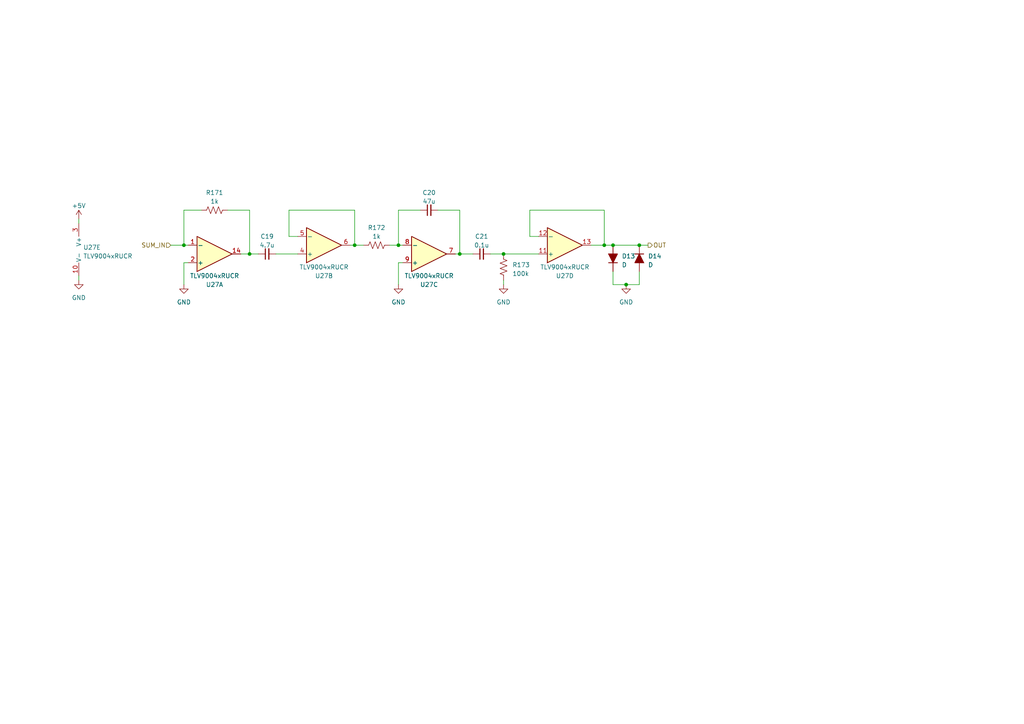
<source format=kicad_sch>
(kicad_sch (version 20221004) (generator eeschema)
  (paper "A4")
  (lib_symbols
    (symbol "Amplifier_Operational:TLV9004xRUCR" (pin_names (offset 0.127))
      (property "Reference" "U" (at 0 5.08 0))
      (property "Value" "TLV9004xRUCR" (at 0 -5.08 0))
      (symbol "TLV9004xRUCR_1_1"
        (polyline (pts (xy -5.08 5.08) (xy 5.08 0) (xy -5.08 -5.08) (xy -5.08 5.08)) (stroke (width 0.254)) (fill (type background)))
        (pin input line (at -7.62 -2.54 0) (length 2.54) (name "-") (number "1"))
        (pin output line (at 7.62 0 180) (length 2.54) (name "~") (number "14"))
        (pin input line (at -7.62 2.54 0) (length 2.54) (name "+") (number "2"))
      )
      (symbol "TLV9004xRUCR_2_1"
        (polyline (pts (xy -5.08 5.08) (xy 5.08 0) (xy -5.08 -5.08) (xy -5.08 5.08)) (stroke (width 0.254)) (fill (type background)))
        (pin input line (at -7.62 2.54 0) (length 2.54) (name "+") (number "4"))
        (pin input line (at -7.62 -2.54 0) (length 2.54) (name "-") (number "5"))
        (pin output line (at 7.62 0 180) (length 2.54) (name "~") (number "6"))
      )
      (symbol "TLV9004xRUCR_3_1"
        (polyline (pts (xy -5.08 5.08) (xy 5.08 0) (xy -5.08 -5.08) (xy -5.08 5.08)) (stroke (width 0.254)) (fill (type background)))
        (pin output line (at 7.62 0 180) (length 2.54) (name "~") (number "7"))
        (pin input line (at -7.62 -2.54 0) (length 2.54) (name "-") (number "8"))
        (pin input line (at -7.62 2.54 0) (length 2.54) (name "+") (number "9"))
      )
      (symbol "TLV9004xRUCR_4_1"
        (polyline (pts (xy -5.08 5.08) (xy 5.08 0) (xy -5.08 -5.08) (xy -5.08 5.08)) (stroke (width 0.254)) (fill (type background)))
        (pin input line (at -7.62 2.54 0) (length 2.54) (name "+") (number "11"))
        (pin input line (at -7.62 -2.54 0) (length 2.54) (name "-") (number "12"))
        (pin output line (at 7.62 0 180) (length 2.54) (name "~") (number "13"))
      )
      (symbol "TLV9004xRUCR_5_1"
        (pin power_in line (at -2.54 -7.62 90) (length 3.81) (name "V-") (number "10"))
        (pin power_in line (at -2.54 7.62 270) (length 3.81) (name "V+") (number "3"))
      )
    )
    (symbol "Device:C_Small" (pin_numbers hide) (pin_names (offset 0.254) hide)
      (property "Reference" "C" (at 0.254 1.778 0))
      (property "Value" "C_Small" (at 0.254 -2.032 0))
      (symbol "C_Small_0_1"
        (polyline (pts (xy -1.524 -0.508) (xy 1.524 -0.508)) (stroke (width 0.3302)))
        (polyline (pts (xy -1.524 0.508) (xy 1.524 0.508)) (stroke (width 0.3048)))
      )
      (symbol "C_Small_1_1"
        (pin passive line (at 0 2.54 270) (length 2.032) (name "~") (number "1"))
        (pin passive line (at 0 -2.54 90) (length 2.032) (name "~") (number "2"))
      )
    )
    (symbol "Device:D_Filled" (pin_numbers hide) (pin_names (offset 1.016) hide)
      (property "Reference" "D" (at 0 2.54 0))
      (property "Value" "D_Filled" (at 0 -2.54 0))
      (symbol "D_Filled_0_1"
        (polyline (pts (xy -1.27 1.27) (xy -1.27 -1.27)) (stroke (width 0.254)))
        (polyline (pts (xy 1.27 0) (xy -1.27 0)))
        (polyline (pts (xy 1.27 1.27) (xy 1.27 -1.27) (xy -1.27 0) (xy 1.27 1.27)) (stroke (width 0.254)) (fill (type outline)))
      )
      (symbol "D_Filled_1_1"
        (pin passive line (at -3.81 0 0) (length 2.54) (name "K") (number "1"))
        (pin passive line (at 3.81 0 180) (length 2.54) (name "A") (number "2"))
      )
    )
    (symbol "Device:R_US" (pin_numbers hide) (pin_names (offset 0))
      (property "Reference" "R" (at 2.54 0 90))
      (property "Value" "R_US" (at -2.54 0 90))
      (symbol "R_US_0_1"
        (polyline (pts (xy 0 -2.286) (xy 0 -2.54)))
        (polyline (pts (xy 0 2.286) (xy 0 2.54)))
        (polyline (pts (xy 0 -0.762) (xy 1.016 -1.143) (xy 0 -1.524) (xy -1.016 -1.905) (xy 0 -2.286)))
        (polyline (pts (xy 0 0.762) (xy 1.016 0.381) (xy 0 0) (xy -1.016 -0.381) (xy 0 -0.762)))
        (polyline (pts (xy 0 2.286) (xy 1.016 1.905) (xy 0 1.524) (xy -1.016 1.143) (xy 0 0.762)))
      )
      (symbol "R_US_1_1"
        (pin passive line (at 0 3.81 270) (length 1.27) (name "~") (number "1"))
        (pin passive line (at 0 -3.81 90) (length 1.27) (name "~") (number "2"))
      )
    )
    (symbol "power:+5V" (power) (pin_names (offset 0))
      (property "Value" "+5V" (at 0 3.556 0))
      (symbol "+5V_0_1"
        (polyline (pts (xy -0.762 1.27) (xy 0 2.54)))
        (polyline (pts (xy 0 0) (xy 0 2.54)))
        (polyline (pts (xy 0 2.54) (xy 0.762 1.27)))
      )
      (symbol "+5V_1_1"
        (pin power_in line (at 0 0 90) (length 0) hide (name "+5V") (number "1"))
      )
    )
    (symbol "power:GND" (power) (pin_names (offset 0))
      (property "Value" "GND" (at 0 -3.81 0))
      (symbol "GND_0_1"
        (polyline (pts (xy 0 0) (xy 0 -1.27) (xy 1.27 -1.27) (xy 0 -2.54) (xy -1.27 -1.27) (xy 0 -1.27)))
      )
      (symbol "GND_1_1"
        (pin power_in line (at 0 0 270) (length 0) hide (name "GND") (number "1"))
      )
    )
  )
  (junction (at 177.8 71.12))
  (junction (at 53.34 71.12))
  (junction (at 133.35 73.66))
  (junction (at 175.26 71.12))
  (junction (at 72.39 73.66))
  (junction (at 115.57 71.12))
  (junction (at 185.42 71.12))
  (junction (at 102.87 71.12))
  (junction (at 146.05 73.66))
  (junction (at 181.61 82.55))
  (wire (pts (xy 22.86 80.01) (xy 22.86 81.28)))
  (wire (pts (xy 133.35 73.66) (xy 137.16 73.66)))
  (wire (pts (xy 54.61 76.2) (xy 53.34 76.2)))
  (wire (pts (xy 49.53 71.12) (xy 53.34 71.12)))
  (wire (pts (xy 22.86 63.5) (xy 22.86 64.77)))
  (wire (pts (xy 133.35 60.96) (xy 133.35 73.66)))
  (wire (pts (xy 177.8 78.74) (xy 177.8 82.55)))
  (wire (pts (xy 69.85 73.66) (xy 72.39 73.66)))
  (wire (pts (xy 132.08 73.66) (xy 133.35 73.66)))
  (wire (pts (xy 102.87 60.96) (xy 102.87 71.12)))
  (wire (pts (xy 153.67 68.58) (xy 153.67 60.96)))
  (wire (pts (xy 53.34 71.12) (xy 54.61 71.12)))
  (wire (pts (xy 58.42 60.96) (xy 53.34 60.96)))
  (wire (pts (xy 83.82 68.58) (xy 83.82 60.96)))
  (wire (pts (xy 115.57 60.96) (xy 115.57 71.12)))
  (wire (pts (xy 113.03 71.12) (xy 115.57 71.12)))
  (wire (pts (xy 72.39 73.66) (xy 74.93 73.66)))
  (wire (pts (xy 142.24 73.66) (xy 146.05 73.66)))
  (wire (pts (xy 115.57 71.12) (xy 116.84 71.12)))
  (wire (pts (xy 185.42 71.12) (xy 187.96 71.12)))
  (wire (pts (xy 66.04 60.96) (xy 72.39 60.96)))
  (wire (pts (xy 83.82 60.96) (xy 102.87 60.96)))
  (wire (pts (xy 86.36 68.58) (xy 83.82 68.58)))
  (wire (pts (xy 146.05 73.66) (xy 156.21 73.66)))
  (wire (pts (xy 185.42 82.55) (xy 181.61 82.55)))
  (wire (pts (xy 153.67 60.96) (xy 175.26 60.96)))
  (wire (pts (xy 146.05 81.28) (xy 146.05 82.55)))
  (wire (pts (xy 185.42 78.74) (xy 185.42 82.55)))
  (wire (pts (xy 127 60.96) (xy 133.35 60.96)))
  (wire (pts (xy 177.8 71.12) (xy 185.42 71.12)))
  (wire (pts (xy 53.34 76.2) (xy 53.34 82.55)))
  (wire (pts (xy 53.34 60.96) (xy 53.34 71.12)))
  (wire (pts (xy 175.26 71.12) (xy 171.45 71.12)))
  (wire (pts (xy 115.57 76.2) (xy 115.57 82.55)))
  (wire (pts (xy 116.84 76.2) (xy 115.57 76.2)))
  (wire (pts (xy 177.8 82.55) (xy 181.61 82.55)))
  (wire (pts (xy 80.01 73.66) (xy 86.36 73.66)))
  (wire (pts (xy 175.26 71.12) (xy 177.8 71.12)))
  (wire (pts (xy 102.87 71.12) (xy 101.6 71.12)))
  (wire (pts (xy 175.26 60.96) (xy 175.26 71.12)))
  (wire (pts (xy 102.87 71.12) (xy 105.41 71.12)))
  (wire (pts (xy 72.39 60.96) (xy 72.39 73.66)))
  (wire (pts (xy 156.21 68.58) (xy 153.67 68.58)))
  (wire (pts (xy 121.92 60.96) (xy 115.57 60.96)))
  (hierarchical_label "SUM_IN" (shape input) (at 49.53 71.12 180))
  (hierarchical_label "OUT" (shape output) (at 187.96 71.12 0))
  (symbol (lib_id "Amplifier_Operational:TLV9004xRUCR") (at 93.98 71.12 0) (mirror x) (unit 2)
    (property "Reference" "U27" (at 93.98 80.01 0))
    (property "Value" "TLV9004xRUCR" (at 93.98 77.47 0))
    (property "Footprint" "Package_DFN_QFN:Texas_S-PX2QFN-14" (effects hide))
    (property "Datasheet" "http://www.ti.com/lit/ds/symlink/tlv9004.pdf" (effects hide))
    (instances (project "AnalogFNN" (path "" (reference "U27") (unit 2) (value "TLV9004xRUCR") (footprint "Package_DFN_QFN:Texas_S-PX2QFN-14")) (path "" (reference "U31") (unit 2) (value "TLV9004xRUCR") (footprint "Package_DFN_QFN:Texas_S-PX2QFN-14")) (path "" (reference "U36") (unit 2) (value "TLV9004xRUCR") (footprint "Package_DFN_QFN:Texas_S-PX2QFN-14")) (path "" (reference "U40") (unit 2) (value "TLV9004xRUCR") (footprint "Package_DFN_QFN:Texas_S-PX2QFN-14")) (path "" (reference "U44") (unit 2) (value "TLV9004xRUCR") (footprint "Package_DFN_QFN:Texas_S-PX2QFN-14")) (path "" (reference "U48") (unit 2) (value "TLV9004xRUCR") (footprint "Package_DFN_QFN:Texas_S-PX2QFN-14")) (path "" (reference "U51") (unit 2) (value "TLV9004xRUCR") (footprint "Package_DFN_QFN:Texas_S-PX2QFN-14")) (path "" (reference "U55") (unit 2) (value "TLV9004xRUCR") (footprint "Package_DFN_QFN:Texas_S-PX2QFN-14")) (path "" (reference "U59") (unit 2) (value "TLV9004xRUCR") (footprint "Package_DFN_QFN:Texas_S-PX2QFN-14")) (path "" (reference "U63") (unit 2) (value "TLV9004xRUCR") (footprint "Package_DFN_QFN:Texas_S-PX2QFN-14")) (path "" (reference "U67") (unit 2) (value "TLV9004xRUCR") (footprint "Package_DFN_QFN:Texas_S-PX2QFN-14")) (path "" (reference "U71") (unit 2) (value "TLV9004xRUCR") (footprint "Package_DFN_QFN:Texas_S-PX2QFN-14")) (path "" (reference "U75") (unit 2) (value "TLV9004xRUCR") (footprint "Package_DFN_QFN:Texas_S-PX2QFN-14")) (path "" (reference "U79") (unit 2) (value "TLV9004xRUCR") (footprint "Package_DFN_QFN:Texas_S-PX2QFN-14")) (path "" (reference "U83") (unit 2) (value "TLV9004xRUCR") (footprint "Package_DFN_QFN:Texas_S-PX2QFN-14")) (path "" (reference "U87") (unit 2) (value "TLV9004xRUCR") (footprint "Package_DFN_QFN:Texas_S-PX2QFN-14")) (path "" (reference "U91") (unit 2) (value "TLV9004xRUCR") (footprint "Package_DFN_QFN:Texas_S-PX2QFN-14")) (path "" (reference "U95") (unit 2) (value "TLV9004xRUCR") (footprint "Package_DFN_QFN:Texas_S-PX2QFN-14")) (path "" (reference "U99") (unit 2) (value "TLV9004xRUCR") (footprint "Package_DFN_QFN:Texas_S-PX2QFN-14")) (path "" (reference "U103") (unit 2) (value "TLV9004xRUCR") (footprint "Package_DFN_QFN:Texas_S-PX2QFN-14")) (path "" (reference "U111") (unit 2) (value "TLV9004xRUCR") (footprint "Package_DFN_QFN:Texas_S-PX2QFN-14")) (path "" (reference "U122") (unit 2) (value "TLV9004xRUCR") (footprint "Package_DFN_QFN:Texas_S-PX2QFN-14")) (path "" (reference "U329") (unit 2) (value "TLV9004xRUCR") (footprint "Package_DFN_QFN:Texas_S-PX2QFN-14")) (path "" (reference "U344") (unit 2) (value "TLV9004xRUCR") (footprint "Package_DFN_QFN:Texas_S-PX2QFN-14")) (path "" (reference "U359") (unit 2) (value "TLV9004xRUCR") (footprint "Package_DFN_QFN:Texas_S-PX2QFN-14")) (path "" (reference "U374") (unit 2) (value "TLV9004xRUCR") (footprint "Package_DFN_QFN:Texas_S-PX2QFN-14"))))
  )
  (symbol (lib_id "Device:R_US") (at 146.05 77.47 0) (unit 1)
    (property "Reference" "R173" (at 148.59 76.835 0) (effects (justify left)))
    (property "Value" "100k" (at 148.59 79.375 0) (effects (justify left)))
    (property "Footprint" "Resistor_SMD:R_0201_0603Metric" (effects hide))
    (instances (project "AnalogFNN" (path "" (reference "R173") (unit 1) (value "100k") (footprint "Resistor_SMD:R_0201_0603Metric")) (path "" (reference "R200") (unit 1) (value "100k") (footprint "Resistor_SMD:R_0201_0603Metric")) (path "" (reference "R227") (unit 1) (value "100k") (footprint "Resistor_SMD:R_0201_0603Metric")) (path "" (reference "R254") (unit 1) (value "100k") (footprint "Resistor_SMD:R_0201_0603Metric")) (path "" (reference "R281") (unit 1) (value "100k") (footprint "Resistor_SMD:R_0201_0603Metric")) (path "" (reference "R308") (unit 1) (value "100k") (footprint "Resistor_SMD:R_0201_0603Metric")) (path "" (reference "R335") (unit 1) (value "100k") (footprint "Resistor_SMD:R_0201_0603Metric")) (path "" (reference "R362") (unit 1) (value "100k") (footprint "Resistor_SMD:R_0201_0603Metric")) (path "" (reference "R389") (unit 1) (value "100k") (footprint "Resistor_SMD:R_0201_0603Metric")) (path "" (reference "R416") (unit 1) (value "100k") (footprint "Resistor_SMD:R_0201_0603Metric")) (path "" (reference "R443") (unit 1) (value "100k") (footprint "Resistor_SMD:R_0201_0603Metric")) (path "" (reference "R470") (unit 1) (value "100k") (footprint "Resistor_SMD:R_0201_0603Metric")) (path "" (reference "R497") (unit 1) (value "100k") (footprint "Resistor_SMD:R_0201_0603Metric")) (path "" (reference "R524") (unit 1) (value "100k") (footprint "Resistor_SMD:R_0201_0603Metric")) (path "" (reference "R551") (unit 1) (value "100k") (footprint "Resistor_SMD:R_0201_0603Metric")) (path "" (reference "R578") (unit 1) (value "100k") (footprint "Resistor_SMD:R_0201_0603Metric")) (path "" (reference "R605") (unit 1) (value "100k") (footprint "Resistor_SMD:R_0201_0603Metric")) (path "" (reference "R632") (unit 1) (value "100k") (footprint "Resistor_SMD:R_0201_0603Metric")) (path "" (reference "R659") (unit 1) (value "100k") (footprint "Resistor_SMD:R_0201_0603Metric")) (path "" (reference "R686") (unit 1) (value "100k") (footprint "Resistor_SMD:R_0201_0603Metric")) (path "" (reference "R713") (unit 1) (value "100k") (footprint "Resistor_SMD:R_0201_0603Metric")) (path "" (reference "R756") (unit 1) (value "100k") (footprint "Resistor_SMD:R_0201_0603Metric")) (path "" (reference "R788") (unit 1) (value "100k") (footprint "Resistor_SMD:R_0201_0603Metric")) (path "" (reference "R1020") (unit 1) (value "100k") (footprint "Resistor_SMD:R_0201_0603Metric")) (path "" (reference "R1071") (unit 1) (value "100k") (footprint "Resistor_SMD:R_0201_0603Metric")) (path "" (reference "R1122") (unit 1) (value "100k") (footprint "Resistor_SMD:R_0201_0603Metric"))))
  )
  (symbol (lib_id "power:GND") (at 181.61 82.55 0) (unit 1)
    (property "Reference" "#PWR042" (effects hide))
    (property "Value" "GND" (at 181.61 87.63 0))
    (instances (project "AnalogFNN" (path "" (reference "#PWR042") (unit 1) (value "GND") (footprint "")) (path "" (reference "#PWR048") (unit 1) (value "GND") (footprint "")) (path "" (reference "#PWR054") (unit 1) (value "GND") (footprint "")) (path "" (reference "#PWR060") (unit 1) (value "GND") (footprint "")) (path "" (reference "#PWR066") (unit 1) (value "GND") (footprint "")) (path "" (reference "#PWR072") (unit 1) (value "GND") (footprint "")) (path "" (reference "#PWR078") (unit 1) (value "GND") (footprint "")) (path "" (reference "#PWR084") (unit 1) (value "GND") (footprint "")) (path "" (reference "#PWR090") (unit 1) (value "GND") (footprint "")) (path "" (reference "#PWR096") (unit 1) (value "GND") (footprint "")) (path "" (reference "#PWR0504") (unit 1) (value "GND") (footprint "")) (path "" (reference "#PWR0528") (unit 1) (value "GND") (footprint "")) (path "" (reference "#PWR0552") (unit 1) (value "GND") (footprint "")) (path "" (reference "#PWR0576") (unit 1) (value "GND") (footprint "")) (path "" (reference "#PWR0600") (unit 1) (value "GND") (footprint "")) (path "" (reference "#PWR0624") (unit 1) (value "GND") (footprint "")) (path "" (reference "#PWR0648") (unit 1) (value "GND") (footprint "")) (path "" (reference "#PWR0672") (unit 1) (value "GND") (footprint "")) (path "" (reference "#PWR0696") (unit 1) (value "GND") (footprint "")) (path "" (reference "#PWR0720") (unit 1) (value "GND") (footprint "")) (path "" (reference "#PWR0735") (unit 1) (value "GND") (footprint "")) (path "" (reference "#PWR0771") (unit 1) (value "GND") (footprint "")) (path "" (reference "#PWR0807") (unit 1) (value "GND") (footprint "")) (path "" (reference "#PWR01335") (unit 1) (value "GND") (footprint "")) (path "" (reference "#PWR01371") (unit 1) (value "GND") (footprint "")) (path "" (reference "#PWR01413") (unit 1) (value "GND") (footprint ""))))
  )
  (symbol (lib_id "power:GND") (at 146.05 82.55 0) (unit 1)
    (property "Reference" "#PWR041" (effects hide))
    (property "Value" "GND" (at 146.05 87.63 0))
    (instances (project "AnalogFNN" (path "" (reference "#PWR041") (unit 1) (value "GND") (footprint "")) (path "" (reference "#PWR047") (unit 1) (value "GND") (footprint "")) (path "" (reference "#PWR053") (unit 1) (value "GND") (footprint "")) (path "" (reference "#PWR059") (unit 1) (value "GND") (footprint "")) (path "" (reference "#PWR065") (unit 1) (value "GND") (footprint "")) (path "" (reference "#PWR071") (unit 1) (value "GND") (footprint "")) (path "" (reference "#PWR077") (unit 1) (value "GND") (footprint "")) (path "" (reference "#PWR083") (unit 1) (value "GND") (footprint "")) (path "" (reference "#PWR089") (unit 1) (value "GND") (footprint "")) (path "" (reference "#PWR095") (unit 1) (value "GND") (footprint "")) (path "" (reference "#PWR0503") (unit 1) (value "GND") (footprint "")) (path "" (reference "#PWR0527") (unit 1) (value "GND") (footprint "")) (path "" (reference "#PWR0551") (unit 1) (value "GND") (footprint "")) (path "" (reference "#PWR0575") (unit 1) (value "GND") (footprint "")) (path "" (reference "#PWR0599") (unit 1) (value "GND") (footprint "")) (path "" (reference "#PWR0623") (unit 1) (value "GND") (footprint "")) (path "" (reference "#PWR0647") (unit 1) (value "GND") (footprint "")) (path "" (reference "#PWR0671") (unit 1) (value "GND") (footprint "")) (path "" (reference "#PWR0695") (unit 1) (value "GND") (footprint "")) (path "" (reference "#PWR0719") (unit 1) (value "GND") (footprint "")) (path "" (reference "#PWR0734") (unit 1) (value "GND") (footprint "")) (path "" (reference "#PWR0770") (unit 1) (value "GND") (footprint "")) (path "" (reference "#PWR0806") (unit 1) (value "GND") (footprint "")) (path "" (reference "#PWR01334") (unit 1) (value "GND") (footprint "")) (path "" (reference "#PWR01370") (unit 1) (value "GND") (footprint "")) (path "" (reference "#PWR01412") (unit 1) (value "GND") (footprint ""))))
  )
  (symbol (lib_id "Device:D_Filled") (at 185.42 74.93 270) (unit 1)
    (property "Reference" "D14" (at 187.96 74.295 90) (effects (justify left)))
    (property "Value" "D" (at 187.96 76.835 90) (effects (justify left)))
    (property "Footprint" "Diode_SMD:D_0201_0603Metric" (effects hide))
    (instances (project "AnalogFNN" (path "" (reference "D14") (unit 1) (value "D") (footprint "Diode_SMD:D_0201_0603Metric")) (path "" (reference "D16") (unit 1) (value "D") (footprint "Diode_SMD:D_0201_0603Metric")) (path "" (reference "D18") (unit 1) (value "D") (footprint "Diode_SMD:D_0201_0603Metric")) (path "" (reference "D20") (unit 1) (value "D") (footprint "Diode_SMD:D_0201_0603Metric")) (path "" (reference "D22") (unit 1) (value "D") (footprint "Diode_SMD:D_0201_0603Metric")) (path "" (reference "D24") (unit 1) (value "D") (footprint "Diode_SMD:D_0201_0603Metric")) (path "" (reference "D26") (unit 1) (value "D") (footprint "Diode_SMD:D_0201_0603Metric")) (path "" (reference "D28") (unit 1) (value "D") (footprint "Diode_SMD:D_0201_0603Metric")) (path "" (reference "D30") (unit 1) (value "D") (footprint "Diode_SMD:D_0201_0603Metric")) (path "" (reference "D32") (unit 1) (value "D") (footprint "Diode_SMD:D_0201_0603Metric")) (path "" (reference "D34") (unit 1) (value "D") (footprint "Diode_SMD:D_0201_0603Metric")) (path "" (reference "D36") (unit 1) (value "D") (footprint "Diode_SMD:D_0201_0603Metric")) (path "" (reference "D38") (unit 1) (value "D") (footprint "Diode_SMD:D_0201_0603Metric")) (path "" (reference "D40") (unit 1) (value "D") (footprint "Diode_SMD:D_0201_0603Metric")) (path "" (reference "D42") (unit 1) (value "D") (footprint "Diode_SMD:D_0201_0603Metric")) (path "" (reference "D44") (unit 1) (value "D") (footprint "Diode_SMD:D_0201_0603Metric")) (path "" (reference "D46") (unit 1) (value "D") (footprint "Diode_SMD:D_0201_0603Metric")) (path "" (reference "D48") (unit 1) (value "D") (footprint "Diode_SMD:D_0201_0603Metric")) (path "" (reference "D50") (unit 1) (value "D") (footprint "Diode_SMD:D_0201_0603Metric")) (path "" (reference "D52") (unit 1) (value "D") (footprint "Diode_SMD:D_0201_0603Metric")) (path "" (reference "D54") (unit 1) (value "D") (footprint "Diode_SMD:D_0201_0603Metric")) (path "" (reference "D56") (unit 1) (value "D") (footprint "Diode_SMD:D_0201_0603Metric")) (path "" (reference "D58") (unit 1) (value "D") (footprint "Diode_SMD:D_0201_0603Metric")) (path "" (reference "D60") (unit 1) (value "D") (footprint "Diode_SMD:D_0201_0603Metric")) (path "" (reference "D62") (unit 1) (value "D") (footprint "Diode_SMD:D_0201_0603Metric")) (path "" (reference "D64") (unit 1) (value "D") (footprint "Diode_SMD:D_0201_0603Metric"))))
  )
  (symbol (lib_id "Amplifier_Operational:TLV9004xRUCR") (at 163.83 71.12 0) (mirror x) (unit 4)
    (property "Reference" "U27" (at 163.83 80.01 0))
    (property "Value" "TLV9004xRUCR" (at 163.83 77.47 0))
    (property "Footprint" "Package_DFN_QFN:Texas_S-PX2QFN-14" (effects hide))
    (property "Datasheet" "http://www.ti.com/lit/ds/symlink/tlv9004.pdf" (effects hide))
    (instances (project "AnalogFNN" (path "" (reference "U27") (unit 4) (value "TLV9004xRUCR") (footprint "Package_DFN_QFN:Texas_S-PX2QFN-14")) (path "" (reference "U31") (unit 4) (value "TLV9004xRUCR") (footprint "Package_DFN_QFN:Texas_S-PX2QFN-14")) (path "" (reference "U36") (unit 4) (value "TLV9004xRUCR") (footprint "Package_DFN_QFN:Texas_S-PX2QFN-14")) (path "" (reference "U40") (unit 4) (value "TLV9004xRUCR") (footprint "Package_DFN_QFN:Texas_S-PX2QFN-14")) (path "" (reference "U44") (unit 4) (value "TLV9004xRUCR") (footprint "Package_DFN_QFN:Texas_S-PX2QFN-14")) (path "" (reference "U48") (unit 4) (value "TLV9004xRUCR") (footprint "Package_DFN_QFN:Texas_S-PX2QFN-14")) (path "" (reference "U51") (unit 4) (value "TLV9004xRUCR") (footprint "Package_DFN_QFN:Texas_S-PX2QFN-14")) (path "" (reference "U55") (unit 4) (value "TLV9004xRUCR") (footprint "Package_DFN_QFN:Texas_S-PX2QFN-14")) (path "" (reference "U59") (unit 4) (value "TLV9004xRUCR") (footprint "Package_DFN_QFN:Texas_S-PX2QFN-14")) (path "" (reference "U63") (unit 4) (value "TLV9004xRUCR") (footprint "Package_DFN_QFN:Texas_S-PX2QFN-14")) (path "" (reference "U67") (unit 4) (value "TLV9004xRUCR") (footprint "Package_DFN_QFN:Texas_S-PX2QFN-14")) (path "" (reference "U71") (unit 4) (value "TLV9004xRUCR") (footprint "Package_DFN_QFN:Texas_S-PX2QFN-14")) (path "" (reference "U75") (unit 4) (value "TLV9004xRUCR") (footprint "Package_DFN_QFN:Texas_S-PX2QFN-14")) (path "" (reference "U79") (unit 4) (value "TLV9004xRUCR") (footprint "Package_DFN_QFN:Texas_S-PX2QFN-14")) (path "" (reference "U83") (unit 4) (value "TLV9004xRUCR") (footprint "Package_DFN_QFN:Texas_S-PX2QFN-14")) (path "" (reference "U87") (unit 4) (value "TLV9004xRUCR") (footprint "Package_DFN_QFN:Texas_S-PX2QFN-14")) (path "" (reference "U91") (unit 4) (value "TLV9004xRUCR") (footprint "Package_DFN_QFN:Texas_S-PX2QFN-14")) (path "" (reference "U95") (unit 4) (value "TLV9004xRUCR") (footprint "Package_DFN_QFN:Texas_S-PX2QFN-14")) (path "" (reference "U99") (unit 4) (value "TLV9004xRUCR") (footprint "Package_DFN_QFN:Texas_S-PX2QFN-14")) (path "" (reference "U103") (unit 4) (value "TLV9004xRUCR") (footprint "Package_DFN_QFN:Texas_S-PX2QFN-14")) (path "" (reference "U111") (unit 4) (value "TLV9004xRUCR") (footprint "Package_DFN_QFN:Texas_S-PX2QFN-14")) (path "" (reference "U122") (unit 4) (value "TLV9004xRUCR") (footprint "Package_DFN_QFN:Texas_S-PX2QFN-14")) (path "" (reference "U329") (unit 4) (value "TLV9004xRUCR") (footprint "Package_DFN_QFN:Texas_S-PX2QFN-14")) (path "" (reference "U344") (unit 4) (value "TLV9004xRUCR") (footprint "Package_DFN_QFN:Texas_S-PX2QFN-14")) (path "" (reference "U359") (unit 4) (value "TLV9004xRUCR") (footprint "Package_DFN_QFN:Texas_S-PX2QFN-14")) (path "" (reference "U374") (unit 4) (value "TLV9004xRUCR") (footprint "Package_DFN_QFN:Texas_S-PX2QFN-14"))))
  )
  (symbol (lib_id "power:+5V") (at 22.86 63.5 0) (unit 1)
    (property "Reference" "#PWR037" (effects hide))
    (property "Value" "+5V" (at 22.86 59.69 0))
    (instances (project "AnalogFNN" (path "" (reference "#PWR037") (unit 1) (value "+5V") (footprint "")) (path "" (reference "#PWR043") (unit 1) (value "+5V") (footprint "")) (path "" (reference "#PWR049") (unit 1) (value "+5V") (footprint "")) (path "" (reference "#PWR055") (unit 1) (value "+5V") (footprint "")) (path "" (reference "#PWR061") (unit 1) (value "+5V") (footprint "")) (path "" (reference "#PWR067") (unit 1) (value "+5V") (footprint "")) (path "" (reference "#PWR073") (unit 1) (value "+5V") (footprint "")) (path "" (reference "#PWR079") (unit 1) (value "+5V") (footprint "")) (path "" (reference "#PWR085") (unit 1) (value "+5V") (footprint "")) (path "" (reference "#PWR091") (unit 1) (value "+5V") (footprint "")) (path "" (reference "#PWR097") (unit 1) (value "+5V") (footprint "")) (path "" (reference "#PWR0523") (unit 1) (value "+5V") (footprint "")) (path "" (reference "#PWR0547") (unit 1) (value "+5V") (footprint "")) (path "" (reference "#PWR0571") (unit 1) (value "+5V") (footprint "")) (path "" (reference "#PWR0595") (unit 1) (value "+5V") (footprint "")) (path "" (reference "#PWR0619") (unit 1) (value "+5V") (footprint "")) (path "" (reference "#PWR0643") (unit 1) (value "+5V") (footprint "")) (path "" (reference "#PWR0667") (unit 1) (value "+5V") (footprint "")) (path "" (reference "#PWR0691") (unit 1) (value "+5V") (footprint "")) (path "" (reference "#PWR0715") (unit 1) (value "+5V") (footprint "")) (path "" (reference "#PWR0314") (unit 1) (value "+5V") (footprint "")) (path "" (reference "#PWR0766") (unit 1) (value "+5V") (footprint "")) (path "" (reference "#PWR0802") (unit 1) (value "+5V") (footprint "")) (path "" (reference "#PWR01330") (unit 1) (value "+5V") (footprint "")) (path "" (reference "#PWR01366") (unit 1) (value "+5V") (footprint "")) (path "" (reference "#PWR01408") (unit 1) (value "+5V") (footprint ""))))
  )
  (symbol (lib_id "Device:R_US") (at 62.23 60.96 90) (unit 1)
    (property "Reference" "R171" (at 62.23 55.88 90))
    (property "Value" "1k" (at 62.23 58.42 90))
    (property "Footprint" "Resistor_SMD:R_0201_0603Metric" (effects hide))
    (instances (project "AnalogFNN" (path "" (reference "R171") (unit 1) (value "1k") (footprint "Resistor_SMD:R_0201_0603Metric")) (path "" (reference "R198") (unit 1) (value "1k") (footprint "Resistor_SMD:R_0201_0603Metric")) (path "" (reference "R225") (unit 1) (value "1k") (footprint "Resistor_SMD:R_0201_0603Metric")) (path "" (reference "R252") (unit 1) (value "1k") (footprint "Resistor_SMD:R_0201_0603Metric")) (path "" (reference "R279") (unit 1) (value "1k") (footprint "Resistor_SMD:R_0201_0603Metric")) (path "" (reference "R306") (unit 1) (value "1k") (footprint "Resistor_SMD:R_0201_0603Metric")) (path "" (reference "R333") (unit 1) (value "1k") (footprint "Resistor_SMD:R_0201_0603Metric")) (path "" (reference "R360") (unit 1) (value "1k") (footprint "Resistor_SMD:R_0201_0603Metric")) (path "" (reference "R387") (unit 1) (value "1k") (footprint "Resistor_SMD:R_0201_0603Metric")) (path "" (reference "R414") (unit 1) (value "1k") (footprint "Resistor_SMD:R_0201_0603Metric")) (path "" (reference "R441") (unit 1) (value "1k") (footprint "Resistor_SMD:R_0201_0603Metric")) (path "" (reference "R468") (unit 1) (value "1k") (footprint "Resistor_SMD:R_0201_0603Metric")) (path "" (reference "R495") (unit 1) (value "1k") (footprint "Resistor_SMD:R_0201_0603Metric")) (path "" (reference "R522") (unit 1) (value "1k") (footprint "Resistor_SMD:R_0201_0603Metric")) (path "" (reference "R549") (unit 1) (value "1k") (footprint "Resistor_SMD:R_0201_0603Metric")) (path "" (reference "R576") (unit 1) (value "1k") (footprint "Resistor_SMD:R_0201_0603Metric")) (path "" (reference "R603") (unit 1) (value "1k") (footprint "Resistor_SMD:R_0201_0603Metric")) (path "" (reference "R630") (unit 1) (value "1k") (footprint "Resistor_SMD:R_0201_0603Metric")) (path "" (reference "R657") (unit 1) (value "1k") (footprint "Resistor_SMD:R_0201_0603Metric")) (path "" (reference "R684") (unit 1) (value "1k") (footprint "Resistor_SMD:R_0201_0603Metric")) (path "" (reference "R711") (unit 1) (value "1k") (footprint "Resistor_SMD:R_0201_0603Metric")) (path "" (reference "R754") (unit 1) (value "1k") (footprint "Resistor_SMD:R_0201_0603Metric")) (path "" (reference "R786") (unit 1) (value "1k") (footprint "Resistor_SMD:R_0201_0603Metric")) (path "" (reference "R1018") (unit 1) (value "1k") (footprint "Resistor_SMD:R_0201_0603Metric")) (path "" (reference "R1069") (unit 1) (value "1k") (footprint "Resistor_SMD:R_0201_0603Metric")) (path "" (reference "R1120") (unit 1) (value "1k") (footprint "Resistor_SMD:R_0201_0603Metric"))))
  )
  (symbol (lib_id "Amplifier_Operational:TLV9004xRUCR") (at 62.23 73.66 0) (mirror x) (unit 1)
    (property "Reference" "U27" (at 62.23 82.55 0))
    (property "Value" "TLV9004xRUCR" (at 62.23 80.01 0))
    (property "Footprint" "Package_DFN_QFN:Texas_S-PX2QFN-14" (effects hide))
    (property "Datasheet" "http://www.ti.com/lit/ds/symlink/tlv9004.pdf" (effects hide))
    (instances (project "AnalogFNN" (path "" (reference "U27") (unit 1) (value "TLV9004xRUCR") (footprint "Package_DFN_QFN:Texas_S-PX2QFN-14")) (path "" (reference "U31") (unit 1) (value "TLV9004xRUCR") (footprint "Package_DFN_QFN:Texas_S-PX2QFN-14")) (path "" (reference "U36") (unit 1) (value "TLV9004xRUCR") (footprint "Package_DFN_QFN:Texas_S-PX2QFN-14")) (path "" (reference "U40") (unit 1) (value "TLV9004xRUCR") (footprint "Package_DFN_QFN:Texas_S-PX2QFN-14")) (path "" (reference "U44") (unit 1) (value "TLV9004xRUCR") (footprint "Package_DFN_QFN:Texas_S-PX2QFN-14")) (path "" (reference "U48") (unit 1) (value "TLV9004xRUCR") (footprint "Package_DFN_QFN:Texas_S-PX2QFN-14")) (path "" (reference "U51") (unit 1) (value "TLV9004xRUCR") (footprint "Package_DFN_QFN:Texas_S-PX2QFN-14")) (path "" (reference "U55") (unit 1) (value "TLV9004xRUCR") (footprint "Package_DFN_QFN:Texas_S-PX2QFN-14")) (path "" (reference "U59") (unit 1) (value "TLV9004xRUCR") (footprint "Package_DFN_QFN:Texas_S-PX2QFN-14")) (path "" (reference "U63") (unit 1) (value "TLV9004xRUCR") (footprint "Package_DFN_QFN:Texas_S-PX2QFN-14")) (path "" (reference "U67") (unit 1) (value "TLV9004xRUCR") (footprint "Package_DFN_QFN:Texas_S-PX2QFN-14")) (path "" (reference "U71") (unit 1) (value "TLV9004xRUCR") (footprint "Package_DFN_QFN:Texas_S-PX2QFN-14")) (path "" (reference "U75") (unit 1) (value "TLV9004xRUCR") (footprint "Package_DFN_QFN:Texas_S-PX2QFN-14")) (path "" (reference "U79") (unit 1) (value "TLV9004xRUCR") (footprint "Package_DFN_QFN:Texas_S-PX2QFN-14")) (path "" (reference "U83") (unit 1) (value "TLV9004xRUCR") (footprint "Package_DFN_QFN:Texas_S-PX2QFN-14")) (path "" (reference "U87") (unit 1) (value "TLV9004xRUCR") (footprint "Package_DFN_QFN:Texas_S-PX2QFN-14")) (path "" (reference "U91") (unit 1) (value "TLV9004xRUCR") (footprint "Package_DFN_QFN:Texas_S-PX2QFN-14")) (path "" (reference "U95") (unit 1) (value "TLV9004xRUCR") (footprint "Package_DFN_QFN:Texas_S-PX2QFN-14")) (path "" (reference "U99") (unit 1) (value "TLV9004xRUCR") (footprint "Package_DFN_QFN:Texas_S-PX2QFN-14")) (path "" (reference "U103") (unit 1) (value "TLV9004xRUCR") (footprint "Package_DFN_QFN:Texas_S-PX2QFN-14")) (path "" (reference "U111") (unit 1) (value "TLV9004xRUCR") (footprint "Package_DFN_QFN:Texas_S-PX2QFN-14")) (path "" (reference "U122") (unit 1) (value "TLV9004xRUCR") (footprint "Package_DFN_QFN:Texas_S-PX2QFN-14")) (path "" (reference "U329") (unit 1) (value "TLV9004xRUCR") (footprint "Package_DFN_QFN:Texas_S-PX2QFN-14")) (path "" (reference "U344") (unit 1) (value "TLV9004xRUCR") (footprint "Package_DFN_QFN:Texas_S-PX2QFN-14")) (path "" (reference "U359") (unit 1) (value "TLV9004xRUCR") (footprint "Package_DFN_QFN:Texas_S-PX2QFN-14")) (path "" (reference "U374") (unit 1) (value "TLV9004xRUCR") (footprint "Package_DFN_QFN:Texas_S-PX2QFN-14"))))
  )
  (symbol (lib_id "power:GND") (at 53.34 82.55 0) (unit 1)
    (property "Reference" "#PWR039" (effects hide))
    (property "Value" "GND" (at 53.34 87.63 0))
    (instances (project "AnalogFNN" (path "" (reference "#PWR039") (unit 1) (value "GND") (footprint "")) (path "" (reference "#PWR045") (unit 1) (value "GND") (footprint "")) (path "" (reference "#PWR051") (unit 1) (value "GND") (footprint "")) (path "" (reference "#PWR057") (unit 1) (value "GND") (footprint "")) (path "" (reference "#PWR063") (unit 1) (value "GND") (footprint "")) (path "" (reference "#PWR069") (unit 1) (value "GND") (footprint "")) (path "" (reference "#PWR075") (unit 1) (value "GND") (footprint "")) (path "" (reference "#PWR081") (unit 1) (value "GND") (footprint "")) (path "" (reference "#PWR087") (unit 1) (value "GND") (footprint "")) (path "" (reference "#PWR093") (unit 1) (value "GND") (footprint "")) (path "" (reference "#PWR099") (unit 1) (value "GND") (footprint "")) (path "" (reference "#PWR0525") (unit 1) (value "GND") (footprint "")) (path "" (reference "#PWR0549") (unit 1) (value "GND") (footprint "")) (path "" (reference "#PWR0573") (unit 1) (value "GND") (footprint "")) (path "" (reference "#PWR0597") (unit 1) (value "GND") (footprint "")) (path "" (reference "#PWR0621") (unit 1) (value "GND") (footprint "")) (path "" (reference "#PWR0645") (unit 1) (value "GND") (footprint "")) (path "" (reference "#PWR0669") (unit 1) (value "GND") (footprint "")) (path "" (reference "#PWR0693") (unit 1) (value "GND") (footprint "")) (path "" (reference "#PWR0717") (unit 1) (value "GND") (footprint "")) (path "" (reference "#PWR0316") (unit 1) (value "GND") (footprint "")) (path "" (reference "#PWR0768") (unit 1) (value "GND") (footprint "")) (path "" (reference "#PWR0804") (unit 1) (value "GND") (footprint "")) (path "" (reference "#PWR01332") (unit 1) (value "GND") (footprint "")) (path "" (reference "#PWR01368") (unit 1) (value "GND") (footprint "")) (path "" (reference "#PWR01410") (unit 1) (value "GND") (footprint ""))))
  )
  (symbol (lib_id "Device:C_Small") (at 77.47 73.66 90) (unit 1)
    (property "Reference" "C19" (at 77.4763 68.58 90))
    (property "Value" "4.7u" (at 77.4763 71.12 90))
    (property "Footprint" "Capacitor_SMD:C_0201_0603Metric" (effects hide))
    (instances (project "AnalogFNN" (path "" (reference "C19") (unit 1) (value "4.7u") (footprint "Capacitor_SMD:C_0201_0603Metric")) (path "" (reference "C22") (unit 1) (value "4.7u") (footprint "Capacitor_SMD:C_0201_0603Metric")) (path "" (reference "C25") (unit 1) (value "4.7u") (footprint "Capacitor_SMD:C_0201_0603Metric")) (path "" (reference "C28") (unit 1) (value "4.7u") (footprint "Capacitor_SMD:C_0201_0603Metric")) (path "" (reference "C31") (unit 1) (value "4.7u") (footprint "Capacitor_SMD:C_0201_0603Metric")) (path "" (reference "C34") (unit 1) (value "4.7u") (footprint "Capacitor_SMD:C_0201_0603Metric")) (path "" (reference "C37") (unit 1) (value "4.7u") (footprint "Capacitor_SMD:C_0201_0603Metric")) (path "" (reference "C40") (unit 1) (value "4.7u") (footprint "Capacitor_SMD:C_0201_0603Metric")) (path "" (reference "C43") (unit 1) (value "4.7u") (footprint "Capacitor_SMD:C_0201_0603Metric")) (path "" (reference "C46") (unit 1) (value "4.7u") (footprint "Capacitor_SMD:C_0201_0603Metric")) (path "" (reference "C49") (unit 1) (value "4.7u") (footprint "Capacitor_SMD:C_0201_0603Metric")) (path "" (reference "C52") (unit 1) (value "4.7u") (footprint "Capacitor_SMD:C_0201_0603Metric")) (path "" (reference "C55") (unit 1) (value "4.7u") (footprint "Capacitor_SMD:C_0201_0603Metric")) (path "" (reference "C58") (unit 1) (value "4.7u") (footprint "Capacitor_SMD:C_0201_0603Metric")) (path "" (reference "C61") (unit 1) (value "4.7u") (footprint "Capacitor_SMD:C_0201_0603Metric")) (path "" (reference "C64") (unit 1) (value "4.7u") (footprint "Capacitor_SMD:C_0201_0603Metric")) (path "" (reference "C67") (unit 1) (value "4.7u") (footprint "Capacitor_SMD:C_0201_0603Metric")) (path "" (reference "C70") (unit 1) (value "4.7u") (footprint "Capacitor_SMD:C_0201_0603Metric")) (path "" (reference "C73") (unit 1) (value "4.7u") (footprint "Capacitor_SMD:C_0201_0603Metric")) (path "" (reference "C76") (unit 1) (value "4.7u") (footprint "Capacitor_SMD:C_0201_0603Metric")) (path "" (reference "C79") (unit 1) (value "4.7u") (footprint "Capacitor_SMD:C_0201_0603Metric")) (path "" (reference "C82") (unit 1) (value "4.7u") (footprint "Capacitor_SMD:C_0201_0603Metric")) (path "" (reference "C85") (unit 1) (value "4.7u") (footprint "Capacitor_SMD:C_0201_0603Metric")) (path "" (reference "C88") (unit 1) (value "4.7u") (footprint "Capacitor_SMD:C_0201_0603Metric")) (path "" (reference "C91") (unit 1) (value "4.7u") (footprint "Capacitor_SMD:C_0201_0603Metric")) (path "" (reference "C94") (unit 1) (value "4.7u") (footprint "Capacitor_SMD:C_0201_0603Metric"))))
  )
  (symbol (lib_id "power:GND") (at 115.57 82.55 0) (unit 1)
    (property "Reference" "#PWR040" (effects hide))
    (property "Value" "GND" (at 115.57 87.63 0))
    (instances (project "AnalogFNN" (path "" (reference "#PWR040") (unit 1) (value "GND") (footprint "")) (path "" (reference "#PWR046") (unit 1) (value "GND") (footprint "")) (path "" (reference "#PWR052") (unit 1) (value "GND") (footprint "")) (path "" (reference "#PWR058") (unit 1) (value "GND") (footprint "")) (path "" (reference "#PWR064") (unit 1) (value "GND") (footprint "")) (path "" (reference "#PWR070") (unit 1) (value "GND") (footprint "")) (path "" (reference "#PWR076") (unit 1) (value "GND") (footprint "")) (path "" (reference "#PWR082") (unit 1) (value "GND") (footprint "")) (path "" (reference "#PWR088") (unit 1) (value "GND") (footprint "")) (path "" (reference "#PWR094") (unit 1) (value "GND") (footprint "")) (path "" (reference "#PWR0100") (unit 1) (value "GND") (footprint "")) (path "" (reference "#PWR0526") (unit 1) (value "GND") (footprint "")) (path "" (reference "#PWR0550") (unit 1) (value "GND") (footprint "")) (path "" (reference "#PWR0574") (unit 1) (value "GND") (footprint "")) (path "" (reference "#PWR0598") (unit 1) (value "GND") (footprint "")) (path "" (reference "#PWR0622") (unit 1) (value "GND") (footprint "")) (path "" (reference "#PWR0646") (unit 1) (value "GND") (footprint "")) (path "" (reference "#PWR0670") (unit 1) (value "GND") (footprint "")) (path "" (reference "#PWR0694") (unit 1) (value "GND") (footprint "")) (path "" (reference "#PWR0718") (unit 1) (value "GND") (footprint "")) (path "" (reference "#PWR0733") (unit 1) (value "GND") (footprint "")) (path "" (reference "#PWR0769") (unit 1) (value "GND") (footprint "")) (path "" (reference "#PWR0805") (unit 1) (value "GND") (footprint "")) (path "" (reference "#PWR01333") (unit 1) (value "GND") (footprint "")) (path "" (reference "#PWR01369") (unit 1) (value "GND") (footprint "")) (path "" (reference "#PWR01411") (unit 1) (value "GND") (footprint ""))))
  )
  (symbol (lib_id "Device:R_US") (at 109.22 71.12 90) (unit 1)
    (property "Reference" "R172" (at 109.22 66.04 90))
    (property "Value" "1k" (at 109.22 68.58 90))
    (property "Footprint" "Resistor_SMD:R_0201_0603Metric" (effects hide))
    (instances (project "AnalogFNN" (path "" (reference "R172") (unit 1) (value "1k") (footprint "Resistor_SMD:R_0201_0603Metric")) (path "" (reference "R199") (unit 1) (value "1k") (footprint "Resistor_SMD:R_0201_0603Metric")) (path "" (reference "R226") (unit 1) (value "1k") (footprint "Resistor_SMD:R_0201_0603Metric")) (path "" (reference "R253") (unit 1) (value "1k") (footprint "Resistor_SMD:R_0201_0603Metric")) (path "" (reference "R280") (unit 1) (value "1k") (footprint "Resistor_SMD:R_0201_0603Metric")) (path "" (reference "R307") (unit 1) (value "1k") (footprint "Resistor_SMD:R_0201_0603Metric")) (path "" (reference "R334") (unit 1) (value "1k") (footprint "Resistor_SMD:R_0201_0603Metric")) (path "" (reference "R361") (unit 1) (value "1k") (footprint "Resistor_SMD:R_0201_0603Metric")) (path "" (reference "R388") (unit 1) (value "1k") (footprint "Resistor_SMD:R_0201_0603Metric")) (path "" (reference "R415") (unit 1) (value "1k") (footprint "Resistor_SMD:R_0201_0603Metric")) (path "" (reference "R442") (unit 1) (value "1k") (footprint "Resistor_SMD:R_0201_0603Metric")) (path "" (reference "R469") (unit 1) (value "1k") (footprint "Resistor_SMD:R_0201_0603Metric")) (path "" (reference "R496") (unit 1) (value "1k") (footprint "Resistor_SMD:R_0201_0603Metric")) (path "" (reference "R523") (unit 1) (value "1k") (footprint "Resistor_SMD:R_0201_0603Metric")) (path "" (reference "R550") (unit 1) (value "1k") (footprint "Resistor_SMD:R_0201_0603Metric")) (path "" (reference "R577") (unit 1) (value "1k") (footprint "Resistor_SMD:R_0201_0603Metric")) (path "" (reference "R604") (unit 1) (value "1k") (footprint "Resistor_SMD:R_0201_0603Metric")) (path "" (reference "R631") (unit 1) (value "1k") (footprint "Resistor_SMD:R_0201_0603Metric")) (path "" (reference "R658") (unit 1) (value "1k") (footprint "Resistor_SMD:R_0201_0603Metric")) (path "" (reference "R685") (unit 1) (value "1k") (footprint "Resistor_SMD:R_0201_0603Metric")) (path "" (reference "R712") (unit 1) (value "1k") (footprint "Resistor_SMD:R_0201_0603Metric")) (path "" (reference "R755") (unit 1) (value "1k") (footprint "Resistor_SMD:R_0201_0603Metric")) (path "" (reference "R787") (unit 1) (value "1k") (footprint "Resistor_SMD:R_0201_0603Metric")) (path "" (reference "R1019") (unit 1) (value "1k") (footprint "Resistor_SMD:R_0201_0603Metric")) (path "" (reference "R1070") (unit 1) (value "1k") (footprint "Resistor_SMD:R_0201_0603Metric")) (path "" (reference "R1121") (unit 1) (value "1k") (footprint "Resistor_SMD:R_0201_0603Metric"))))
  )
  (symbol (lib_id "Amplifier_Operational:TLV9004xRUCR") (at 124.46 73.66 0) (mirror x) (unit 3)
    (property "Reference" "U27" (at 124.46 82.55 0))
    (property "Value" "TLV9004xRUCR" (at 124.46 80.01 0))
    (property "Footprint" "Package_DFN_QFN:Texas_S-PX2QFN-14" (effects hide))
    (property "Datasheet" "http://www.ti.com/lit/ds/symlink/tlv9004.pdf" (effects hide))
    (instances (project "AnalogFNN" (path "" (reference "U27") (unit 3) (value "TLV9004xRUCR") (footprint "Package_DFN_QFN:Texas_S-PX2QFN-14")) (path "" (reference "U31") (unit 3) (value "TLV9004xRUCR") (footprint "Package_DFN_QFN:Texas_S-PX2QFN-14")) (path "" (reference "U36") (unit 3) (value "TLV9004xRUCR") (footprint "Package_DFN_QFN:Texas_S-PX2QFN-14")) (path "" (reference "U40") (unit 3) (value "TLV9004xRUCR") (footprint "Package_DFN_QFN:Texas_S-PX2QFN-14")) (path "" (reference "U44") (unit 3) (value "TLV9004xRUCR") (footprint "Package_DFN_QFN:Texas_S-PX2QFN-14")) (path "" (reference "U48") (unit 3) (value "TLV9004xRUCR") (footprint "Package_DFN_QFN:Texas_S-PX2QFN-14")) (path "" (reference "U51") (unit 3) (value "TLV9004xRUCR") (footprint "Package_DFN_QFN:Texas_S-PX2QFN-14")) (path "" (reference "U55") (unit 3) (value "TLV9004xRUCR") (footprint "Package_DFN_QFN:Texas_S-PX2QFN-14")) (path "" (reference "U59") (unit 3) (value "TLV9004xRUCR") (footprint "Package_DFN_QFN:Texas_S-PX2QFN-14")) (path "" (reference "U63") (unit 3) (value "TLV9004xRUCR") (footprint "Package_DFN_QFN:Texas_S-PX2QFN-14")) (path "" (reference "U67") (unit 3) (value "TLV9004xRUCR") (footprint "Package_DFN_QFN:Texas_S-PX2QFN-14")) (path "" (reference "U71") (unit 3) (value "TLV9004xRUCR") (footprint "Package_DFN_QFN:Texas_S-PX2QFN-14")) (path "" (reference "U75") (unit 3) (value "TLV9004xRUCR") (footprint "Package_DFN_QFN:Texas_S-PX2QFN-14")) (path "" (reference "U79") (unit 3) (value "TLV9004xRUCR") (footprint "Package_DFN_QFN:Texas_S-PX2QFN-14")) (path "" (reference "U83") (unit 3) (value "TLV9004xRUCR") (footprint "Package_DFN_QFN:Texas_S-PX2QFN-14")) (path "" (reference "U87") (unit 3) (value "TLV9004xRUCR") (footprint "Package_DFN_QFN:Texas_S-PX2QFN-14")) (path "" (reference "U91") (unit 3) (value "TLV9004xRUCR") (footprint "Package_DFN_QFN:Texas_S-PX2QFN-14")) (path "" (reference "U95") (unit 3) (value "TLV9004xRUCR") (footprint "Package_DFN_QFN:Texas_S-PX2QFN-14")) (path "" (reference "U99") (unit 3) (value "TLV9004xRUCR") (footprint "Package_DFN_QFN:Texas_S-PX2QFN-14")) (path "" (reference "U103") (unit 3) (value "TLV9004xRUCR") (footprint "Package_DFN_QFN:Texas_S-PX2QFN-14")) (path "" (reference "U111") (unit 3) (value "TLV9004xRUCR") (footprint "Package_DFN_QFN:Texas_S-PX2QFN-14")) (path "" (reference "U122") (unit 3) (value "TLV9004xRUCR") (footprint "Package_DFN_QFN:Texas_S-PX2QFN-14")) (path "" (reference "U329") (unit 3) (value "TLV9004xRUCR") (footprint "Package_DFN_QFN:Texas_S-PX2QFN-14")) (path "" (reference "U344") (unit 3) (value "TLV9004xRUCR") (footprint "Package_DFN_QFN:Texas_S-PX2QFN-14")) (path "" (reference "U359") (unit 3) (value "TLV9004xRUCR") (footprint "Package_DFN_QFN:Texas_S-PX2QFN-14")) (path "" (reference "U374") (unit 3) (value "TLV9004xRUCR") (footprint "Package_DFN_QFN:Texas_S-PX2QFN-14"))))
  )
  (symbol (lib_id "Device:C_Small") (at 124.46 60.96 90) (unit 1)
    (property "Reference" "C20" (at 124.4663 55.88 90))
    (property "Value" "47u" (at 124.4663 58.42 90))
    (property "Footprint" "Capacitor_SMD:C_0603_1608Metric" (effects hide))
    (instances (project "AnalogFNN" (path "" (reference "C20") (unit 1) (value "47u") (footprint "Capacitor_SMD:C_0603_1608Metric")) (path "" (reference "C23") (unit 1) (value "47u") (footprint "Capacitor_SMD:C_0603_1608Metric")) (path "" (reference "C26") (unit 1) (value "47u") (footprint "Capacitor_SMD:C_0603_1608Metric")) (path "" (reference "C29") (unit 1) (value "47u") (footprint "Capacitor_SMD:C_0603_1608Metric")) (path "" (reference "C32") (unit 1) (value "47u") (footprint "Capacitor_SMD:C_0603_1608Metric")) (path "" (reference "C35") (unit 1) (value "47u") (footprint "Capacitor_SMD:C_0603_1608Metric")) (path "" (reference "C38") (unit 1) (value "47u") (footprint "Capacitor_SMD:C_0603_1608Metric")) (path "" (reference "C41") (unit 1) (value "47u") (footprint "Capacitor_SMD:C_0603_1608Metric")) (path "" (reference "C44") (unit 1) (value "47u") (footprint "Capacitor_SMD:C_0603_1608Metric")) (path "" (reference "C47") (unit 1) (value "47u") (footprint "Capacitor_SMD:C_0603_1608Metric")) (path "" (reference "C50") (unit 1) (value "47u") (footprint "Capacitor_SMD:C_0603_1608Metric")) (path "" (reference "C53") (unit 1) (value "47u") (footprint "Capacitor_SMD:C_0603_1608Metric")) (path "" (reference "C56") (unit 1) (value "47u") (footprint "Capacitor_SMD:C_0603_1608Metric")) (path "" (reference "C59") (unit 1) (value "47u") (footprint "Capacitor_SMD:C_0603_1608Metric")) (path "" (reference "C62") (unit 1) (value "47u") (footprint "Capacitor_SMD:C_0603_1608Metric")) (path "" (reference "C65") (unit 1) (value "47u") (footprint "Capacitor_SMD:C_0603_1608Metric")) (path "" (reference "C68") (unit 1) (value "47u") (footprint "Capacitor_SMD:C_0603_1608Metric")) (path "" (reference "C71") (unit 1) (value "47u") (footprint "Capacitor_SMD:C_0603_1608Metric")) (path "" (reference "C74") (unit 1) (value "47u") (footprint "Capacitor_SMD:C_0603_1608Metric")) (path "" (reference "C77") (unit 1) (value "47u") (footprint "Capacitor_SMD:C_0603_1608Metric")) (path "" (reference "C80") (unit 1) (value "47u") (footprint "Capacitor_SMD:C_0603_1608Metric")) (path "" (reference "C83") (unit 1) (value "47u") (footprint "Capacitor_SMD:C_0603_1608Metric")) (path "" (reference "C86") (unit 1) (value "47u") (footprint "Capacitor_SMD:C_0603_1608Metric")) (path "" (reference "C89") (unit 1) (value "47u") (footprint "Capacitor_SMD:C_0603_1608Metric")) (path "" (reference "C92") (unit 1) (value "47u") (footprint "Capacitor_SMD:C_0603_1608Metric")) (path "" (reference "C95") (unit 1) (value "47u") (footprint "Capacitor_SMD:C_0603_1608Metric"))))
  )
  (symbol (lib_id "Amplifier_Operational:TLV9004xRUCR") (at 25.4 72.39 0) (unit 5)
    (property "Reference" "U27" (at 24.13 71.755 0) (effects (justify left)))
    (property "Value" "TLV9004xRUCR" (at 24.13 74.295 0) (effects (justify left)))
    (property "Footprint" "Package_DFN_QFN:Texas_S-PX2QFN-14" (effects hide))
    (property "Datasheet" "http://www.ti.com/lit/ds/symlink/tlv9004.pdf" (effects hide))
    (instances (project "AnalogFNN" (path "" (reference "U27") (unit 5) (value "TLV9004xRUCR") (footprint "Package_DFN_QFN:Texas_S-PX2QFN-14")) (path "" (reference "U31") (unit 5) (value "TLV9004xRUCR") (footprint "Package_DFN_QFN:Texas_S-PX2QFN-14")) (path "" (reference "U36") (unit 5) (value "TLV9004xRUCR") (footprint "Package_DFN_QFN:Texas_S-PX2QFN-14")) (path "" (reference "U40") (unit 5) (value "TLV9004xRUCR") (footprint "Package_DFN_QFN:Texas_S-PX2QFN-14")) (path "" (reference "U44") (unit 5) (value "TLV9004xRUCR") (footprint "Package_DFN_QFN:Texas_S-PX2QFN-14")) (path "" (reference "U48") (unit 5) (value "TLV9004xRUCR") (footprint "Package_DFN_QFN:Texas_S-PX2QFN-14")) (path "" (reference "U51") (unit 5) (value "TLV9004xRUCR") (footprint "Package_DFN_QFN:Texas_S-PX2QFN-14")) (path "" (reference "U55") (unit 5) (value "TLV9004xRUCR") (footprint "Package_DFN_QFN:Texas_S-PX2QFN-14")) (path "" (reference "U59") (unit 5) (value "TLV9004xRUCR") (footprint "Package_DFN_QFN:Texas_S-PX2QFN-14")) (path "" (reference "U63") (unit 5) (value "TLV9004xRUCR") (footprint "Package_DFN_QFN:Texas_S-PX2QFN-14")) (path "" (reference "U67") (unit 5) (value "TLV9004xRUCR") (footprint "Package_DFN_QFN:Texas_S-PX2QFN-14")) (path "" (reference "U71") (unit 5) (value "TLV9004xRUCR") (footprint "Package_DFN_QFN:Texas_S-PX2QFN-14")) (path "" (reference "U75") (unit 5) (value "TLV9004xRUCR") (footprint "Package_DFN_QFN:Texas_S-PX2QFN-14")) (path "" (reference "U79") (unit 5) (value "TLV9004xRUCR") (footprint "Package_DFN_QFN:Texas_S-PX2QFN-14")) (path "" (reference "U83") (unit 5) (value "TLV9004xRUCR") (footprint "Package_DFN_QFN:Texas_S-PX2QFN-14")) (path "" (reference "U87") (unit 5) (value "TLV9004xRUCR") (footprint "Package_DFN_QFN:Texas_S-PX2QFN-14")) (path "" (reference "U91") (unit 5) (value "TLV9004xRUCR") (footprint "Package_DFN_QFN:Texas_S-PX2QFN-14")) (path "" (reference "U95") (unit 5) (value "TLV9004xRUCR") (footprint "Package_DFN_QFN:Texas_S-PX2QFN-14")) (path "" (reference "U99") (unit 5) (value "TLV9004xRUCR") (footprint "Package_DFN_QFN:Texas_S-PX2QFN-14")) (path "" (reference "U103") (unit 5) (value "TLV9004xRUCR") (footprint "Package_DFN_QFN:Texas_S-PX2QFN-14")) (path "" (reference "U111") (unit 5) (value "TLV9004xRUCR") (footprint "Package_DFN_QFN:Texas_S-PX2QFN-14")) (path "" (reference "U122") (unit 5) (value "TLV9004xRUCR") (footprint "Package_DFN_QFN:Texas_S-PX2QFN-14")) (path "" (reference "U329") (unit 5) (value "TLV9004xRUCR") (footprint "Package_DFN_QFN:Texas_S-PX2QFN-14")) (path "" (reference "U344") (unit 5) (value "TLV9004xRUCR") (footprint "Package_DFN_QFN:Texas_S-PX2QFN-14")) (path "" (reference "U359") (unit 5) (value "TLV9004xRUCR") (footprint "Package_DFN_QFN:Texas_S-PX2QFN-14")) (path "" (reference "U374") (unit 5) (value "TLV9004xRUCR") (footprint "Package_DFN_QFN:Texas_S-PX2QFN-14"))))
  )
  (symbol (lib_id "Device:C_Small") (at 139.7 73.66 90) (unit 1)
    (property "Reference" "C21" (at 139.7063 68.58 90))
    (property "Value" "0.1u" (at 139.7063 71.12 90))
    (property "Footprint" "Capacitor_SMD:C_0201_0603Metric" (effects hide))
    (instances (project "AnalogFNN" (path "" (reference "C21") (unit 1) (value "0.1u") (footprint "Capacitor_SMD:C_0201_0603Metric")) (path "" (reference "C24") (unit 1) (value "0.1u") (footprint "Capacitor_SMD:C_0201_0603Metric")) (path "" (reference "C27") (unit 1) (value "0.1u") (footprint "Capacitor_SMD:C_0201_0603Metric")) (path "" (reference "C30") (unit 1) (value "0.1u") (footprint "Capacitor_SMD:C_0201_0603Metric")) (path "" (reference "C33") (unit 1) (value "0.1u") (footprint "Capacitor_SMD:C_0201_0603Metric")) (path "" (reference "C36") (unit 1) (value "0.1u") (footprint "Capacitor_SMD:C_0201_0603Metric")) (path "" (reference "C39") (unit 1) (value "0.1u") (footprint "Capacitor_SMD:C_0201_0603Metric")) (path "" (reference "C42") (unit 1) (value "0.1u") (footprint "Capacitor_SMD:C_0201_0603Metric")) (path "" (reference "C45") (unit 1) (value "0.1u") (footprint "Capacitor_SMD:C_0201_0603Metric")) (path "" (reference "C48") (unit 1) (value "0.1u") (footprint "Capacitor_SMD:C_0201_0603Metric")) (path "" (reference "C51") (unit 1) (value "0.1u") (footprint "Capacitor_SMD:C_0201_0603Metric")) (path "" (reference "C54") (unit 1) (value "0.1u") (footprint "Capacitor_SMD:C_0201_0603Metric")) (path "" (reference "C57") (unit 1) (value "0.1u") (footprint "Capacitor_SMD:C_0201_0603Metric")) (path "" (reference "C60") (unit 1) (value "0.1u") (footprint "Capacitor_SMD:C_0201_0603Metric")) (path "" (reference "C63") (unit 1) (value "0.1u") (footprint "Capacitor_SMD:C_0201_0603Metric")) (path "" (reference "C66") (unit 1) (value "0.1u") (footprint "Capacitor_SMD:C_0201_0603Metric")) (path "" (reference "C69") (unit 1) (value "0.1u") (footprint "Capacitor_SMD:C_0201_0603Metric")) (path "" (reference "C72") (unit 1) (value "0.1u") (footprint "Capacitor_SMD:C_0201_0603Metric")) (path "" (reference "C75") (unit 1) (value "0.1u") (footprint "Capacitor_SMD:C_0201_0603Metric")) (path "" (reference "C78") (unit 1) (value "0.1u") (footprint "Capacitor_SMD:C_0201_0603Metric")) (path "" (reference "C81") (unit 1) (value "0.1u") (footprint "Capacitor_SMD:C_0201_0603Metric")) (path "" (reference "C84") (unit 1) (value "0.1u") (footprint "Capacitor_SMD:C_0201_0603Metric")) (path "" (reference "C87") (unit 1) (value "0.1u") (footprint "Capacitor_SMD:C_0201_0603Metric")) (path "" (reference "C90") (unit 1) (value "0.1u") (footprint "Capacitor_SMD:C_0201_0603Metric")) (path "" (reference "C93") (unit 1) (value "0.1u") (footprint "Capacitor_SMD:C_0201_0603Metric")) (path "" (reference "C96") (unit 1) (value "0.1u") (footprint "Capacitor_SMD:C_0201_0603Metric"))))
  )
  (symbol (lib_id "Device:D_Filled") (at 177.8 74.93 90) (unit 1)
    (property "Reference" "D13" (at 180.34 74.295 90) (effects (justify right)))
    (property "Value" "D" (at 180.34 76.835 90) (effects (justify right)))
    (property "Footprint" "Diode_SMD:D_0201_0603Metric" (effects hide))
    (instances (project "AnalogFNN" (path "" (reference "D13") (unit 1) (value "D") (footprint "Diode_SMD:D_0201_0603Metric")) (path "" (reference "D15") (unit 1) (value "D") (footprint "Diode_SMD:D_0201_0603Metric")) (path "" (reference "D17") (unit 1) (value "D") (footprint "Diode_SMD:D_0201_0603Metric")) (path "" (reference "D19") (unit 1) (value "D") (footprint "Diode_SMD:D_0201_0603Metric")) (path "" (reference "D21") (unit 1) (value "D") (footprint "Diode_SMD:D_0201_0603Metric")) (path "" (reference "D23") (unit 1) (value "D") (footprint "Diode_SMD:D_0201_0603Metric")) (path "" (reference "D25") (unit 1) (value "D") (footprint "Diode_SMD:D_0201_0603Metric")) (path "" (reference "D27") (unit 1) (value "D") (footprint "Diode_SMD:D_0201_0603Metric")) (path "" (reference "D29") (unit 1) (value "D") (footprint "Diode_SMD:D_0201_0603Metric")) (path "" (reference "D31") (unit 1) (value "D") (footprint "Diode_SMD:D_0201_0603Metric")) (path "" (reference "D33") (unit 1) (value "D") (footprint "Diode_SMD:D_0201_0603Metric")) (path "" (reference "D35") (unit 1) (value "D") (footprint "Diode_SMD:D_0201_0603Metric")) (path "" (reference "D37") (unit 1) (value "D") (footprint "Diode_SMD:D_0201_0603Metric")) (path "" (reference "D39") (unit 1) (value "D") (footprint "Diode_SMD:D_0201_0603Metric")) (path "" (reference "D41") (unit 1) (value "D") (footprint "Diode_SMD:D_0201_0603Metric")) (path "" (reference "D43") (unit 1) (value "D") (footprint "Diode_SMD:D_0201_0603Metric")) (path "" (reference "D45") (unit 1) (value "D") (footprint "Diode_SMD:D_0201_0603Metric")) (path "" (reference "D47") (unit 1) (value "D") (footprint "Diode_SMD:D_0201_0603Metric")) (path "" (reference "D49") (unit 1) (value "D") (footprint "Diode_SMD:D_0201_0603Metric")) (path "" (reference "D51") (unit 1) (value "D") (footprint "Diode_SMD:D_0201_0603Metric")) (path "" (reference "D53") (unit 1) (value "D") (footprint "Diode_SMD:D_0201_0603Metric")) (path "" (reference "D55") (unit 1) (value "D") (footprint "Diode_SMD:D_0201_0603Metric")) (path "" (reference "D57") (unit 1) (value "D") (footprint "Diode_SMD:D_0201_0603Metric")) (path "" (reference "D59") (unit 1) (value "D") (footprint "Diode_SMD:D_0201_0603Metric")) (path "" (reference "D61") (unit 1) (value "D") (footprint "Diode_SMD:D_0201_0603Metric")) (path "" (reference "D63") (unit 1) (value "D") (footprint "Diode_SMD:D_0201_0603Metric"))))
  )
  (symbol (lib_id "power:GND") (at 22.86 81.28 0) (unit 1)
    (property "Reference" "#PWR038" (effects hide))
    (property "Value" "GND" (at 22.86 86.36 0))
    (instances (project "AnalogFNN" (path "" (reference "#PWR038") (unit 1) (value "GND") (footprint "")) (path "" (reference "#PWR044") (unit 1) (value "GND") (footprint "")) (path "" (reference "#PWR050") (unit 1) (value "GND") (footprint "")) (path "" (reference "#PWR056") (unit 1) (value "GND") (footprint "")) (path "" (reference "#PWR062") (unit 1) (value "GND") (footprint "")) (path "" (reference "#PWR068") (unit 1) (value "GND") (footprint "")) (path "" (reference "#PWR074") (unit 1) (value "GND") (footprint "")) (path "" (reference "#PWR080") (unit 1) (value "GND") (footprint "")) (path "" (reference "#PWR086") (unit 1) (value "GND") (footprint "")) (path "" (reference "#PWR092") (unit 1) (value "GND") (footprint "")) (path "" (reference "#PWR098") (unit 1) (value "GND") (footprint "")) (path "" (reference "#PWR0524") (unit 1) (value "GND") (footprint "")) (path "" (reference "#PWR0548") (unit 1) (value "GND") (footprint "")) (path "" (reference "#PWR0572") (unit 1) (value "GND") (footprint "")) (path "" (reference "#PWR0596") (unit 1) (value "GND") (footprint "")) (path "" (reference "#PWR0620") (unit 1) (value "GND") (footprint "")) (path "" (reference "#PWR0644") (unit 1) (value "GND") (footprint "")) (path "" (reference "#PWR0668") (unit 1) (value "GND") (footprint "")) (path "" (reference "#PWR0692") (unit 1) (value "GND") (footprint "")) (path "" (reference "#PWR0716") (unit 1) (value "GND") (footprint "")) (path "" (reference "#PWR0315") (unit 1) (value "GND") (footprint "")) (path "" (reference "#PWR0767") (unit 1) (value "GND") (footprint "")) (path "" (reference "#PWR0803") (unit 1) (value "GND") (footprint "")) (path "" (reference "#PWR01331") (unit 1) (value "GND") (footprint "")) (path "" (reference "#PWR01367") (unit 1) (value "GND") (footprint "")) (path "" (reference "#PWR01409") (unit 1) (value "GND") (footprint ""))))
  )
)
</source>
